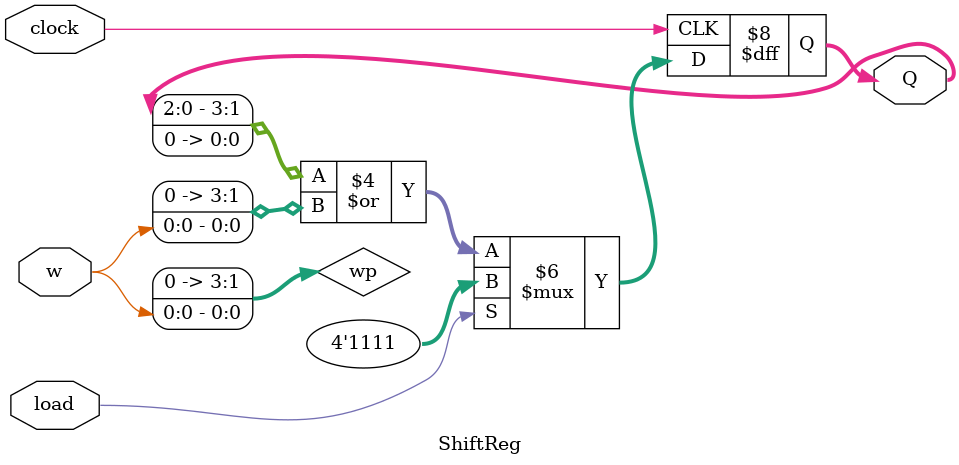
<source format=v>
`timescale 1ns / 1ps

module ShiftReg(clock, load, w, Q);
    input load;
    input w;
    input clock; 
    output reg[3:0]Q;
    
    wire [3:0] wp;
    
    assign wp[0] = w;
    assign wp[3:1] = 0;
    
    always @ (*)
    begin
        
    end
    
    always@(posedge clock)
        begin

        if (load)
            Q<=4'b1111;
        else
            begin
            Q<=Q<<1 | wp; 
        end 
    end
endmodule
</source>
